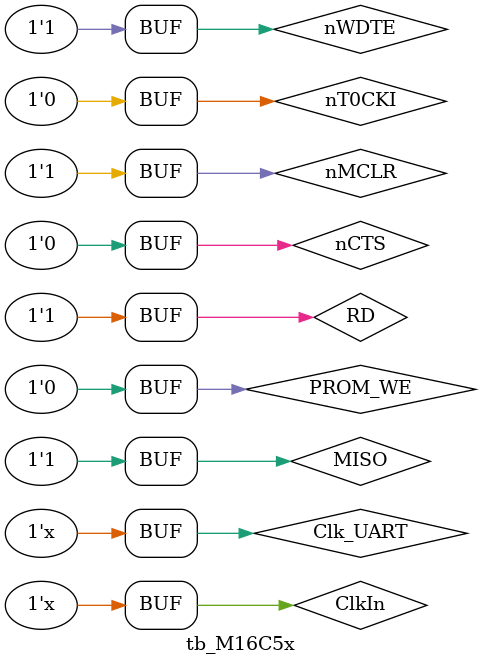
<source format=v>
`timescale 1ns / 1ps

  
// Description: 
//
// Verilog Test Fixture created by ISE for module: M16C5x
//
// Dependencies:
// 
// Revision:
//
//  0.01    13G07   MAM     File Created
//
// Additional Comments:
// 
////////////////////////////////////////////////////////////////////////////////

module tb_M16C5x;

reg     ClkIn;
reg     Clk_UART;
//
reg     nMCLR;
//
reg     nT0CKI;
reg     nWDTE;
reg     PROM_WE;
//
wire    TD;
reg     RD;
wire    nRTS;
reg     nCTS;
//
wire    [2:0] nCS;
wire    SCK;
wire    MOSI;
reg     MISO;
//
wire    [2:0] nCSO;
wire    nWait;

// Instantiate the Unit Under Test (UUT)

M16C5x  #(
            .pUserProg("Src/M16C5x_Tst3.coe")
        ) uut (
            .ClkIn(ClkIn),
            .Clk_UART(Clk_UART),
            
            .nMCLR(nMCLR), 

            .nT0CKI(nT0CKI), 
            .nWDTE(nWDTE), 
            .PROM_WE(PROM_WE), 

            .TD(TD), 
            .RD(RD), 
            .nRTS(nRTS), 
            .nCTS(nCTS),
            .DE(DE),

            .nCS(nCS), 
            .SCK(SCK), 
            .MOSI(MOSI), 
            .MISO(MISO),
            
            .nCSO(nCSO), 
            .nWait(nWait)
        );

initial begin
    // Initialize Inputs
    ClkIn    = 1;
    Clk_UART = 1;
    nMCLR    = 0;
    nT0CKI   = 0;
    nWDTE    = 1;
    PROM_WE  = 0;
    
    RD       = 1;
    nCTS     = 0;
    MISO     = 1;

    // Wait 100 ns for global reset to finish
    
    #201 nMCLR = 1;
    
    // Add stimulus here

end

////////////////////////////////////////////////////////////////////////////////

always #33.908 ClkIn = ~ClkIn;              // 14.7456 MHz Input Clk

always #10.416 Clk_UART = ~Clk_UART;    // 48MHz UART Reference Clk
      
////////////////////////////////////////////////////////////////////////////////

endmodule


</source>
